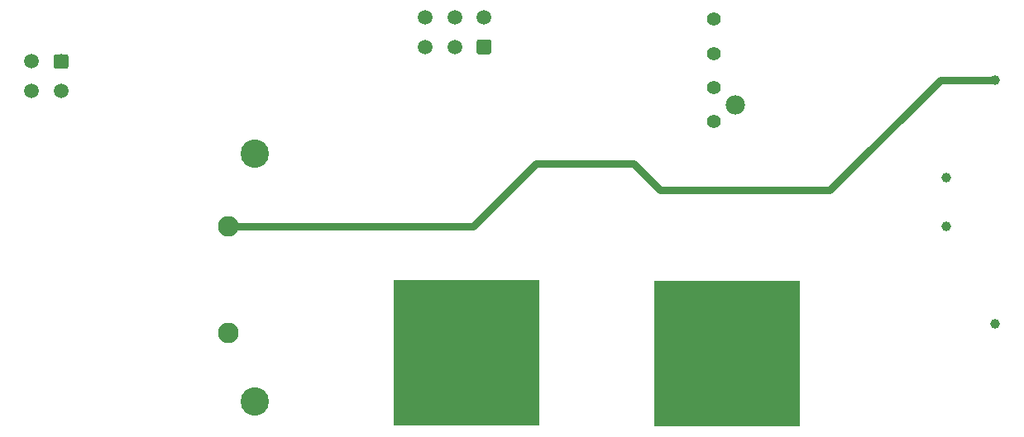
<source format=gbl>
G04 #@! TF.GenerationSoftware,KiCad,Pcbnew,(5.1.4-0-10_14)*
G04 #@! TF.CreationDate,2020-02-02T19:36:24-05:00*
G04 #@! TF.ProjectId,AIR_MOUNT_PLUS,4149525f-4d4f-4554-9e54-5f504c55532e,rev?*
G04 #@! TF.SameCoordinates,Original*
G04 #@! TF.FileFunction,Copper,L2,Bot*
G04 #@! TF.FilePolarity,Positive*
%FSLAX46Y46*%
G04 Gerber Fmt 4.6, Leading zero omitted, Abs format (unit mm)*
G04 Created by KiCad (PCBNEW (5.1.4-0-10_14)) date 2020-02-02 19:36:24*
%MOMM*%
%LPD*%
G04 APERTURE LIST*
%ADD10C,1.000000*%
%ADD11C,1.397000*%
%ADD12C,1.981000*%
%ADD13C,2.120000*%
%ADD14C,2.900000*%
%ADD15R,15.000000X15.000000*%
%ADD16C,1.700000*%
%ADD17C,0.100000*%
%ADD18C,1.500000*%
%ADD19C,0.762000*%
G04 APERTURE END LIST*
D10*
X139458700Y-110553500D03*
X139458700Y-85553500D03*
X134458700Y-100553500D03*
X134458700Y-95553500D03*
D11*
X110629700Y-86344700D03*
X110629700Y-89844700D03*
D12*
X112859700Y-88094700D03*
D11*
X110629700Y-82844700D03*
X110629700Y-79344700D03*
D13*
X60947300Y-100571300D03*
X60947300Y-111471300D03*
D14*
X63617300Y-93078300D03*
X63617300Y-118478300D03*
D15*
X85318600Y-113512600D03*
D16*
X89128600Y-119862600D03*
X91668600Y-119862599D03*
X86588600Y-119862600D03*
X84048600Y-119862600D03*
X81508600Y-119862600D03*
X78968601Y-119862600D03*
X89128600Y-107162600D03*
X84048600Y-107162600D03*
X86588600Y-107162600D03*
X78968600Y-107162601D03*
X91668599Y-107162600D03*
X81508600Y-107162600D03*
X108191300Y-107238800D03*
X118351299Y-107238800D03*
X105651300Y-107238801D03*
X113271300Y-107238800D03*
X110731300Y-107238800D03*
X115811300Y-107238800D03*
X105651301Y-119938800D03*
X108191300Y-119938800D03*
X110731300Y-119938800D03*
X113271300Y-119938800D03*
X118351300Y-119938799D03*
X115811300Y-119938800D03*
D15*
X112001300Y-113588800D03*
D17*
G36*
X44352204Y-82918804D02*
G01*
X44376473Y-82922404D01*
X44400271Y-82928365D01*
X44423371Y-82936630D01*
X44445549Y-82947120D01*
X44466593Y-82959733D01*
X44486298Y-82974347D01*
X44504477Y-82990823D01*
X44520953Y-83009002D01*
X44535567Y-83028707D01*
X44548180Y-83049751D01*
X44558670Y-83071929D01*
X44566935Y-83095029D01*
X44572896Y-83118827D01*
X44576496Y-83143096D01*
X44577700Y-83167600D01*
X44577700Y-84167600D01*
X44576496Y-84192104D01*
X44572896Y-84216373D01*
X44566935Y-84240171D01*
X44558670Y-84263271D01*
X44548180Y-84285449D01*
X44535567Y-84306493D01*
X44520953Y-84326198D01*
X44504477Y-84344377D01*
X44486298Y-84360853D01*
X44466593Y-84375467D01*
X44445549Y-84388080D01*
X44423371Y-84398570D01*
X44400271Y-84406835D01*
X44376473Y-84412796D01*
X44352204Y-84416396D01*
X44327700Y-84417600D01*
X43327700Y-84417600D01*
X43303196Y-84416396D01*
X43278927Y-84412796D01*
X43255129Y-84406835D01*
X43232029Y-84398570D01*
X43209851Y-84388080D01*
X43188807Y-84375467D01*
X43169102Y-84360853D01*
X43150923Y-84344377D01*
X43134447Y-84326198D01*
X43119833Y-84306493D01*
X43107220Y-84285449D01*
X43096730Y-84263271D01*
X43088465Y-84240171D01*
X43082504Y-84216373D01*
X43078904Y-84192104D01*
X43077700Y-84167600D01*
X43077700Y-83167600D01*
X43078904Y-83143096D01*
X43082504Y-83118827D01*
X43088465Y-83095029D01*
X43096730Y-83071929D01*
X43107220Y-83049751D01*
X43119833Y-83028707D01*
X43134447Y-83009002D01*
X43150923Y-82990823D01*
X43169102Y-82974347D01*
X43188807Y-82959733D01*
X43209851Y-82947120D01*
X43232029Y-82936630D01*
X43255129Y-82928365D01*
X43278927Y-82922404D01*
X43303196Y-82918804D01*
X43327700Y-82917600D01*
X44327700Y-82917600D01*
X44352204Y-82918804D01*
X44352204Y-82918804D01*
G37*
D18*
X43827700Y-83667600D03*
X43827700Y-86667600D03*
X40827700Y-83667600D03*
X40827700Y-86667600D03*
D17*
G36*
X87636604Y-81423004D02*
G01*
X87660873Y-81426604D01*
X87684671Y-81432565D01*
X87707771Y-81440830D01*
X87729949Y-81451320D01*
X87750993Y-81463933D01*
X87770698Y-81478547D01*
X87788877Y-81495023D01*
X87805353Y-81513202D01*
X87819967Y-81532907D01*
X87832580Y-81553951D01*
X87843070Y-81576129D01*
X87851335Y-81599229D01*
X87857296Y-81623027D01*
X87860896Y-81647296D01*
X87862100Y-81671800D01*
X87862100Y-82671800D01*
X87860896Y-82696304D01*
X87857296Y-82720573D01*
X87851335Y-82744371D01*
X87843070Y-82767471D01*
X87832580Y-82789649D01*
X87819967Y-82810693D01*
X87805353Y-82830398D01*
X87788877Y-82848577D01*
X87770698Y-82865053D01*
X87750993Y-82879667D01*
X87729949Y-82892280D01*
X87707771Y-82902770D01*
X87684671Y-82911035D01*
X87660873Y-82916996D01*
X87636604Y-82920596D01*
X87612100Y-82921800D01*
X86612100Y-82921800D01*
X86587596Y-82920596D01*
X86563327Y-82916996D01*
X86539529Y-82911035D01*
X86516429Y-82902770D01*
X86494251Y-82892280D01*
X86473207Y-82879667D01*
X86453502Y-82865053D01*
X86435323Y-82848577D01*
X86418847Y-82830398D01*
X86404233Y-82810693D01*
X86391620Y-82789649D01*
X86381130Y-82767471D01*
X86372865Y-82744371D01*
X86366904Y-82720573D01*
X86363304Y-82696304D01*
X86362100Y-82671800D01*
X86362100Y-81671800D01*
X86363304Y-81647296D01*
X86366904Y-81623027D01*
X86372865Y-81599229D01*
X86381130Y-81576129D01*
X86391620Y-81553951D01*
X86404233Y-81532907D01*
X86418847Y-81513202D01*
X86435323Y-81495023D01*
X86453502Y-81478547D01*
X86473207Y-81463933D01*
X86494251Y-81451320D01*
X86516429Y-81440830D01*
X86539529Y-81432565D01*
X86563327Y-81426604D01*
X86587596Y-81423004D01*
X86612100Y-81421800D01*
X87612100Y-81421800D01*
X87636604Y-81423004D01*
X87636604Y-81423004D01*
G37*
D18*
X87112100Y-82171800D03*
X84112100Y-82171800D03*
X81112100Y-82171800D03*
X87112100Y-79171800D03*
X84112100Y-79171800D03*
X81112100Y-79171800D03*
D19*
X105181400Y-96862900D02*
X122504200Y-96862900D01*
X133813600Y-85553500D02*
X139458700Y-85553500D01*
X102435227Y-94116727D02*
X105181400Y-96862900D01*
X92458973Y-94116727D02*
X102435227Y-94116727D01*
X122504200Y-96862900D02*
X133813600Y-85553500D01*
X86004400Y-100571300D02*
X92458973Y-94116727D01*
X60947300Y-100571300D02*
X86004400Y-100571300D01*
M02*

</source>
